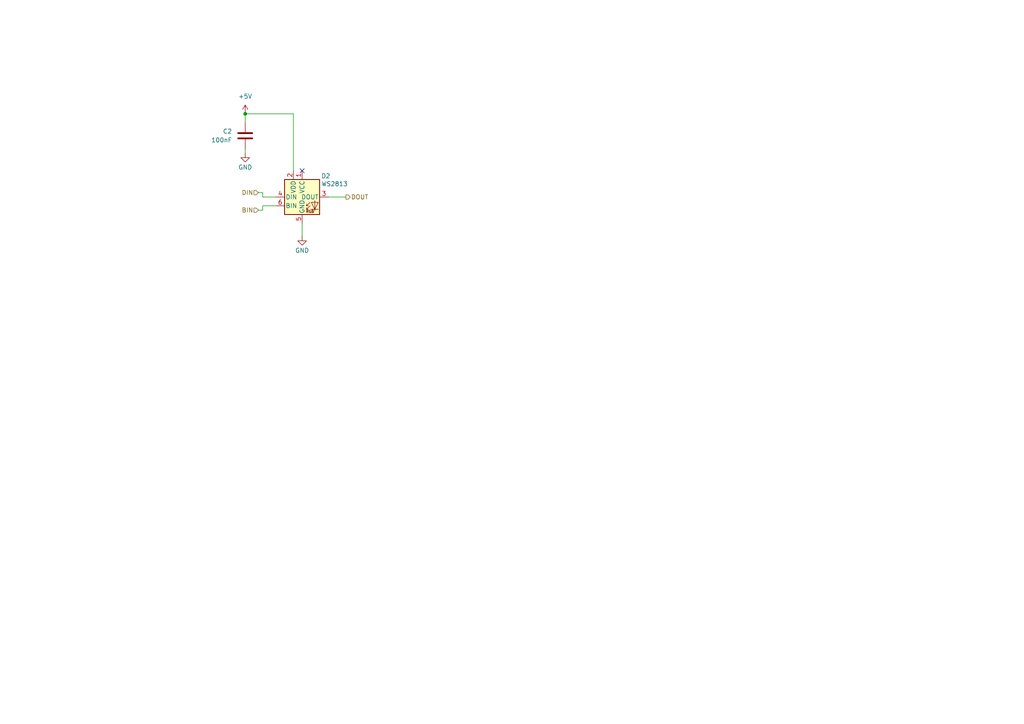
<source format=kicad_sch>
(kicad_sch (version 20250114) (generator "eeschema") (generator_version "9.0")
  (paper "A4")
  (lib_symbols
    (symbol "Device:C" (pin_numbers (hide yes)) (pin_names (offset 0.254))
      (property "Reference" "C" (at 0.635 2.54 0))
      (property "Value" "C" (at 0.635 -2.54 0))
      (symbol "C_0_1"
        (polyline (pts (xy -2.032 0.762) (xy 2.032 0.762)) (stroke (width 0.508)))
        (polyline (pts (xy -2.032 -0.762) (xy 2.032 -0.762)) (stroke (width 0.508)))
      )
      (symbol "C_1_1"
        (pin passive line (at 0 3.81 270) (length 2.794) (name "~") (number "1"))
        (pin passive line (at 0 -3.81 90) (length 2.794) (name "~") (number "2"))
      )
    )
    (symbol "LED:WS2813" (pin_names (offset 0.254))
      (property "Reference" "D" (at 5.08 5.715 0))
      (property "Value" "WS2813" (at 1.27 -5.715 0))
      (symbol "WS2813_0_0"
        (text "RGB" (at 2.286 -4.191 0) (effects (font (size 0.762 0.762))))
      )
      (symbol "WS2813_0_1"
        (polyline (pts (xy 1.27 -2.54) (xy 1.778 -2.54)))
        (polyline (pts (xy 1.27 -3.556) (xy 1.778 -3.556)))
        (polyline (pts (xy 2.286 -1.524) (xy 1.27 -2.54) (xy 1.27 -2.032)))
        (polyline (pts (xy 2.286 -2.54) (xy 1.27 -3.556) (xy 1.27 -3.048)))
        (polyline (pts (xy 3.683 -1.016) (xy 3.683 -3.556) (xy 3.683 -4.064)))
        (polyline (pts (xy 4.699 -1.524) (xy 2.667 -1.524) (xy 3.683 -3.556) (xy 4.699 -1.524)))
        (polyline (pts (xy 4.699 -3.556) (xy 2.667 -3.556)))
        (rectangle (start 5.08 5.08) (end -5.08 -5.08) (stroke (width 0.254)) (fill (type background)))
      )
      (symbol "WS2813_1_1"
        (pin input line (at -7.62 0 0) (length 2.54) (name "DIN") (number "4"))
        (pin input line (at -7.62 -2.54 0) (length 2.54) (name "BIN") (number "6"))
        (pin power_in line (at -2.54 7.62 270) (length 2.54) (name "VDD") (number "2"))
        (pin power_in line (at 0 7.62 270) (length 2.54) (name "VCC") (number "1"))
        (pin power_in line (at 0 -7.62 90) (length 2.54) (name "GND") (number "5"))
        (pin output line (at 7.62 0 180) (length 2.54) (name "DOUT") (number "3"))
      )
    )
    (symbol "power:+5V" (power) (pin_numbers (hide yes)) (pin_names (offset 0) (hide yes))
      (property "Value" "+5V" (at 0 3.556 0))
      (symbol "+5V_0_1"
        (polyline (pts (xy -0.762 1.27) (xy 0 2.54)))
        (polyline (pts (xy 0 2.54) (xy 0.762 1.27)))
        (polyline (pts (xy 0 0) (xy 0 2.54)))
      )
      (symbol "+5V_1_1"
        (pin power_in line (at 0 0 90) (length 0) (name "~") (number "1"))
      )
    )
    (symbol "power:GND" (power) (pin_numbers (hide yes)) (pin_names (offset 0) (hide yes))
      (property "Value" "GND" (at 0 -3.81 0))
      (symbol "GND_0_1"
        (polyline (pts (xy 0 0) (xy 0 -1.27) (xy 1.27 -1.27) (xy 0 -2.54) (xy -1.27 -1.27) (xy 0 -1.27)))
      )
      (symbol "GND_1_1"
        (pin power_in line (at 0 0 270) (length 0) (name "~") (number "1"))
      )
    )
  )
  (junction (at 71.12 33.02))
  (no_connect (at 87.63 49.53))
  (wire (pts (xy 76.2 59.69) (xy 80.01 59.69)))
  (wire (pts (xy 85.09 49.53) (xy 85.09 33.02)))
  (wire (pts (xy 76.2 60.96) (xy 76.2 59.69)))
  (wire (pts (xy 74.93 60.96) (xy 76.2 60.96)))
  (wire (pts (xy 74.93 55.88) (xy 76.2 55.88)))
  (wire (pts (xy 76.2 57.15) (xy 80.01 57.15)))
  (wire (pts (xy 76.2 55.88) (xy 76.2 57.15)))
  (wire (pts (xy 85.09 33.02) (xy 71.12 33.02)))
  (wire (pts (xy 71.12 33.02) (xy 71.12 35.56)))
  (wire (pts (xy 87.63 68.58) (xy 87.63 64.77)))
  (wire (pts (xy 95.25 57.15) (xy 100.33 57.15)))
  (wire (pts (xy 71.12 44.45) (xy 71.12 43.18)))
  (hierarchical_label "DIN" (shape input) (at 74.93 55.88 180))
  (hierarchical_label "BIN" (shape input) (at 74.93 60.96 180))
  (hierarchical_label "DOUT" (shape output) (at 100.33 57.15 0))
  (symbol (lib_id "power:+5V") (at 71.12 33.02 0) (unit 1)
    (property "Reference" "#PWR01" (effects (hide yes)))
    (property "Value" "+5V" (at 71.12 27.94 0))
    (property "Description" "Power symbol creates a global label with name \"+5V\"" (effects (hide yes)))
    (instances (project "Handle_LED" (path "" (reference "#PWR04") (unit 1)) (path "" (reference "#PWR01") (unit 1))))
  )
  (symbol (lib_id "Device:C") (at 71.12 39.37 0) (mirror y) (unit 1)
    (property "Reference" "C1" (at 67.31 38.0999 0) (effects (justify left)))
    (property "Value" "100nF" (at 67.31 40.6399 0) (effects (justify left)))
    (property "Footprint" "Capacitor_SMD:C_0402_1005Metric" (effects (hide yes)))
    (property "Description" "Unpolarized capacitor" (effects (hide yes)))
    (instances (project "Handle_LED" (path "" (reference "C2") (unit 1)) (path "" (reference "C1") (unit 1))))
  )
  (symbol (lib_id "power:GND") (at 71.12 44.45 0) (unit 1)
    (property "Reference" "#PWR02" (effects (hide yes)))
    (property "Value" "GND" (at 71.12 48.514 0))
    (property "Description" "Power symbol creates a global label with name \"GND\" , ground" (effects (hide yes)))
    (instances (project "Handle_LED" (path "" (reference "#PWR05") (unit 1)) (path "" (reference "#PWR02") (unit 1))))
  )
  (symbol (lib_id "power:GND") (at 87.63 68.58 0) (unit 1)
    (property "Reference" "#PWR03" (effects (hide yes)))
    (property "Value" "GND" (at 87.63 72.644 0))
    (property "Description" "Power symbol creates a global label with name \"GND\" , ground" (effects (hide yes)))
    (instances (project "Handle_LED" (path "" (reference "#PWR06") (unit 1)) (path "" (reference "#PWR03") (unit 1))))
  )
  (symbol (lib_id "LED:WS2813") (at 87.63 57.15 0) (unit 1)
    (property "Reference" "D1" (at 94.488 51.054 0))
    (property "Value" "WS2813" (at 97.028 53.34 0))
    (property "Footprint" "LED_SMD:LED_WS2812_PLCC6_5.0x5.0mm_P1.6mm" (effects (hide yes)))
    (property "Datasheet" "http://www.normandled.com/upload/201605/WS2813%20LED%20Datasheet.pdf" (effects (hide yes)))
    (property "Description" "RGB LED with integrated controller" (effects (hide yes)))
    (instances (project "Handle_LED" (path "" (reference "D2") (unit 1)) (path "" (reference "D1") (unit 1))))
  )
)
</source>
